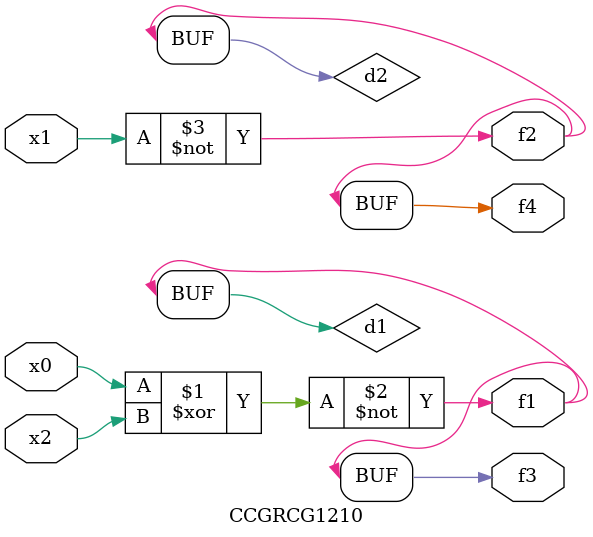
<source format=v>
module CCGRCG1210(
	input x0, x1, x2,
	output f1, f2, f3, f4
);

	wire d1, d2, d3;

	xnor (d1, x0, x2);
	nand (d2, x1);
	nor (d3, x1, x2);
	assign f1 = d1;
	assign f2 = d2;
	assign f3 = d1;
	assign f4 = d2;
endmodule

</source>
